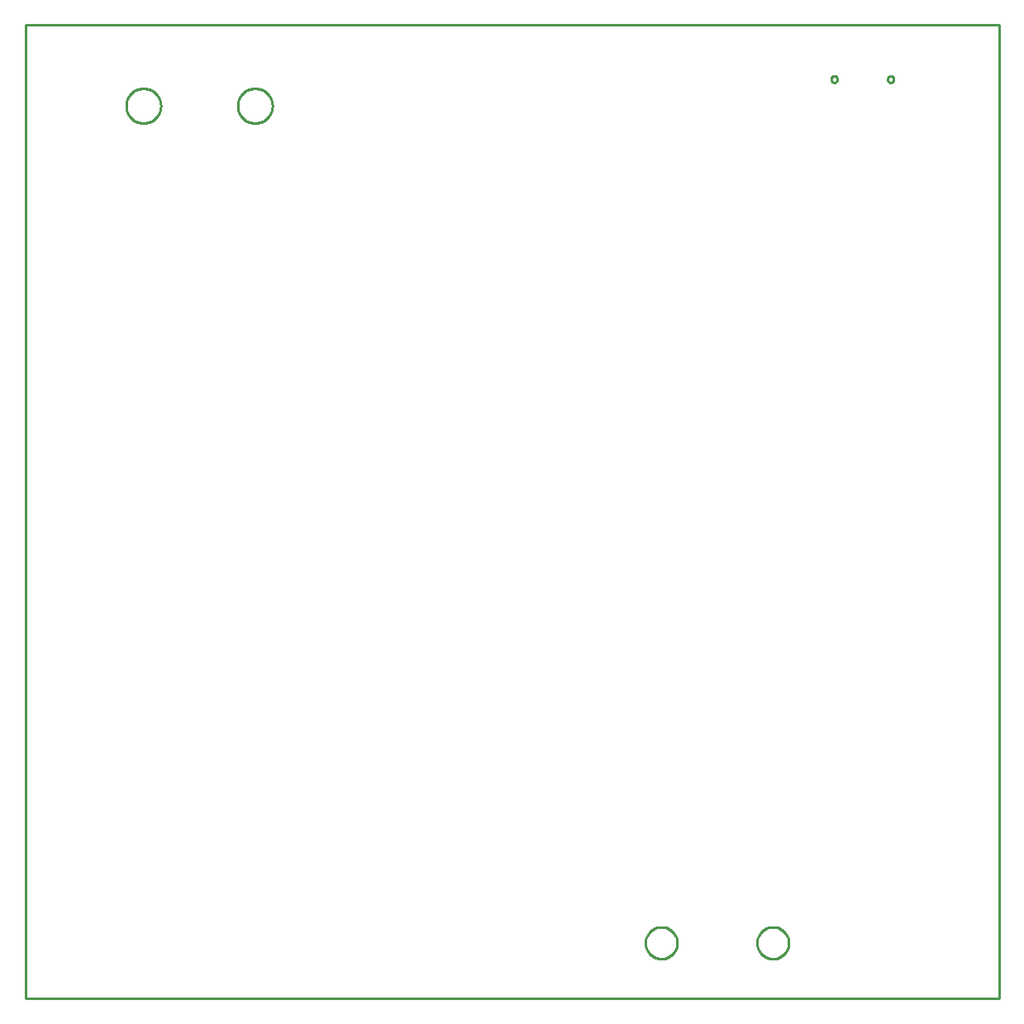
<source format=gbr>
G04 EAGLE Gerber RS-274X export*
G75*
%MOMM*%
%FSLAX34Y34*%
%LPD*%
%IN*%
%IPPOS*%
%AMOC8*
5,1,8,0,0,1.08239X$1,22.5*%
G01*
%ADD10C,0.254000*%


D10*
X0Y0D02*
X996950Y0D01*
X996950Y996950D01*
X0Y996950D01*
X0Y0D01*
X667449Y56300D02*
X667379Y55238D01*
X667240Y54183D01*
X667032Y53139D01*
X666757Y52111D01*
X666415Y51103D01*
X666007Y50120D01*
X665537Y49165D01*
X665005Y48244D01*
X664413Y47359D01*
X663765Y46514D01*
X663064Y45714D01*
X662311Y44961D01*
X661511Y44260D01*
X660666Y43612D01*
X659781Y43020D01*
X658860Y42488D01*
X657905Y42018D01*
X656922Y41610D01*
X655914Y41268D01*
X654886Y40993D01*
X653842Y40785D01*
X652787Y40646D01*
X651725Y40577D01*
X650660Y40577D01*
X649598Y40646D01*
X648543Y40785D01*
X647499Y40993D01*
X646471Y41268D01*
X645463Y41610D01*
X644480Y42018D01*
X643525Y42488D01*
X642604Y43020D01*
X641719Y43612D01*
X640874Y44260D01*
X640074Y44961D01*
X639321Y45714D01*
X638620Y46514D01*
X637972Y47359D01*
X637380Y48244D01*
X636848Y49165D01*
X636378Y50120D01*
X635970Y51103D01*
X635628Y52111D01*
X635353Y53139D01*
X635145Y54183D01*
X635006Y55238D01*
X634937Y56300D01*
X634937Y57365D01*
X635006Y58427D01*
X635145Y59482D01*
X635353Y60526D01*
X635628Y61554D01*
X635970Y62562D01*
X636378Y63545D01*
X636848Y64500D01*
X637380Y65421D01*
X637972Y66306D01*
X638620Y67151D01*
X639321Y67951D01*
X640074Y68704D01*
X640874Y69405D01*
X641719Y70053D01*
X642604Y70645D01*
X643525Y71177D01*
X644480Y71647D01*
X645463Y72055D01*
X646471Y72397D01*
X647499Y72672D01*
X648543Y72880D01*
X649598Y73019D01*
X650660Y73089D01*
X651725Y73089D01*
X652787Y73019D01*
X653842Y72880D01*
X654886Y72672D01*
X655914Y72397D01*
X656922Y72055D01*
X657905Y71647D01*
X658860Y71177D01*
X659781Y70645D01*
X660666Y70053D01*
X661511Y69405D01*
X662311Y68704D01*
X663064Y67951D01*
X663765Y67151D01*
X664413Y66306D01*
X665005Y65421D01*
X665537Y64500D01*
X666007Y63545D01*
X666415Y62562D01*
X666757Y61554D01*
X667032Y60526D01*
X667240Y59482D01*
X667379Y58427D01*
X667449Y57365D01*
X667449Y56300D01*
X781749Y56300D02*
X781679Y55238D01*
X781540Y54183D01*
X781332Y53139D01*
X781057Y52111D01*
X780715Y51103D01*
X780307Y50120D01*
X779837Y49165D01*
X779305Y48244D01*
X778713Y47359D01*
X778065Y46514D01*
X777364Y45714D01*
X776611Y44961D01*
X775811Y44260D01*
X774966Y43612D01*
X774081Y43020D01*
X773160Y42488D01*
X772205Y42018D01*
X771222Y41610D01*
X770214Y41268D01*
X769186Y40993D01*
X768142Y40785D01*
X767087Y40646D01*
X766025Y40577D01*
X764960Y40577D01*
X763898Y40646D01*
X762843Y40785D01*
X761799Y40993D01*
X760771Y41268D01*
X759763Y41610D01*
X758780Y42018D01*
X757825Y42488D01*
X756904Y43020D01*
X756019Y43612D01*
X755174Y44260D01*
X754374Y44961D01*
X753621Y45714D01*
X752920Y46514D01*
X752272Y47359D01*
X751680Y48244D01*
X751148Y49165D01*
X750678Y50120D01*
X750270Y51103D01*
X749928Y52111D01*
X749653Y53139D01*
X749445Y54183D01*
X749306Y55238D01*
X749237Y56300D01*
X749237Y57365D01*
X749306Y58427D01*
X749445Y59482D01*
X749653Y60526D01*
X749928Y61554D01*
X750270Y62562D01*
X750678Y63545D01*
X751148Y64500D01*
X751680Y65421D01*
X752272Y66306D01*
X752920Y67151D01*
X753621Y67951D01*
X754374Y68704D01*
X755174Y69405D01*
X756019Y70053D01*
X756904Y70645D01*
X757825Y71177D01*
X758780Y71647D01*
X759763Y72055D01*
X760771Y72397D01*
X761799Y72672D01*
X762843Y72880D01*
X763898Y73019D01*
X764960Y73089D01*
X766025Y73089D01*
X767087Y73019D01*
X768142Y72880D01*
X769186Y72672D01*
X770214Y72397D01*
X771222Y72055D01*
X772205Y71647D01*
X773160Y71177D01*
X774081Y70645D01*
X774966Y70053D01*
X775811Y69405D01*
X776611Y68704D01*
X777364Y67951D01*
X778065Y67151D01*
X778713Y66306D01*
X779305Y65421D01*
X779837Y64500D01*
X780307Y63545D01*
X780715Y62562D01*
X781057Y61554D01*
X781332Y60526D01*
X781540Y59482D01*
X781679Y58427D01*
X781749Y57365D01*
X781749Y56300D01*
X235532Y932180D02*
X236694Y932104D01*
X237848Y931952D01*
X238990Y931725D01*
X240114Y931424D01*
X241216Y931049D01*
X242292Y930604D01*
X243336Y930089D01*
X244344Y929507D01*
X245312Y928860D01*
X246236Y928152D01*
X247111Y927384D01*
X247934Y926561D01*
X248702Y925686D01*
X249410Y924762D01*
X250057Y923794D01*
X250639Y922786D01*
X251154Y921742D01*
X251599Y920666D01*
X251974Y919564D01*
X252275Y918440D01*
X252502Y917298D01*
X252654Y916144D01*
X252730Y914982D01*
X252730Y913818D01*
X252654Y912656D01*
X252502Y911502D01*
X252275Y910360D01*
X251974Y909236D01*
X251599Y908134D01*
X251154Y907058D01*
X250639Y906014D01*
X250057Y905006D01*
X249410Y904038D01*
X248702Y903114D01*
X247934Y902239D01*
X247111Y901416D01*
X246236Y900649D01*
X245312Y899940D01*
X244344Y899293D01*
X243336Y898711D01*
X242292Y898196D01*
X241216Y897751D01*
X240114Y897377D01*
X238990Y897075D01*
X237848Y896848D01*
X236694Y896696D01*
X235532Y896620D01*
X234368Y896620D01*
X233206Y896696D01*
X232052Y896848D01*
X230910Y897075D01*
X229786Y897377D01*
X228684Y897751D01*
X227608Y898196D01*
X226564Y898711D01*
X225556Y899293D01*
X224588Y899940D01*
X223664Y900649D01*
X222789Y901416D01*
X221966Y902239D01*
X221199Y903114D01*
X220490Y904038D01*
X219843Y905006D01*
X219261Y906014D01*
X218746Y907058D01*
X218301Y908134D01*
X217927Y909236D01*
X217625Y910360D01*
X217398Y911502D01*
X217246Y912656D01*
X217170Y913818D01*
X217170Y914982D01*
X217246Y916144D01*
X217398Y917298D01*
X217625Y918440D01*
X217927Y919564D01*
X218301Y920666D01*
X218746Y921742D01*
X219261Y922786D01*
X219843Y923794D01*
X220490Y924762D01*
X221199Y925686D01*
X221966Y926561D01*
X222789Y927384D01*
X223664Y928152D01*
X224588Y928860D01*
X225556Y929507D01*
X226564Y930089D01*
X227608Y930604D01*
X228684Y931049D01*
X229786Y931424D01*
X230910Y931725D01*
X232052Y931952D01*
X233206Y932104D01*
X234368Y932180D01*
X235532Y932180D01*
X121232Y932180D02*
X122394Y932104D01*
X123548Y931952D01*
X124690Y931725D01*
X125814Y931424D01*
X126916Y931049D01*
X127992Y930604D01*
X129036Y930089D01*
X130044Y929507D01*
X131012Y928860D01*
X131936Y928152D01*
X132811Y927384D01*
X133634Y926561D01*
X134402Y925686D01*
X135110Y924762D01*
X135757Y923794D01*
X136339Y922786D01*
X136854Y921742D01*
X137299Y920666D01*
X137674Y919564D01*
X137975Y918440D01*
X138202Y917298D01*
X138354Y916144D01*
X138430Y914982D01*
X138430Y913818D01*
X138354Y912656D01*
X138202Y911502D01*
X137975Y910360D01*
X137674Y909236D01*
X137299Y908134D01*
X136854Y907058D01*
X136339Y906014D01*
X135757Y905006D01*
X135110Y904038D01*
X134402Y903114D01*
X133634Y902239D01*
X132811Y901416D01*
X131936Y900649D01*
X131012Y899940D01*
X130044Y899293D01*
X129036Y898711D01*
X127992Y898196D01*
X126916Y897751D01*
X125814Y897377D01*
X124690Y897075D01*
X123548Y896848D01*
X122394Y896696D01*
X121232Y896620D01*
X120068Y896620D01*
X118906Y896696D01*
X117752Y896848D01*
X116610Y897075D01*
X115486Y897377D01*
X114384Y897751D01*
X113308Y898196D01*
X112264Y898711D01*
X111256Y899293D01*
X110288Y899940D01*
X109364Y900649D01*
X108489Y901416D01*
X107666Y902239D01*
X106899Y903114D01*
X106190Y904038D01*
X105543Y905006D01*
X104961Y906014D01*
X104446Y907058D01*
X104001Y908134D01*
X103627Y909236D01*
X103325Y910360D01*
X103098Y911502D01*
X102946Y912656D01*
X102870Y913818D01*
X102870Y914982D01*
X102946Y916144D01*
X103098Y917298D01*
X103325Y918440D01*
X103627Y919564D01*
X104001Y920666D01*
X104446Y921742D01*
X104961Y922786D01*
X105543Y923794D01*
X106190Y924762D01*
X106899Y925686D01*
X107666Y926561D01*
X108489Y927384D01*
X109364Y928152D01*
X110288Y928860D01*
X111256Y929507D01*
X112264Y930089D01*
X113308Y930604D01*
X114384Y931049D01*
X115486Y931424D01*
X116610Y931725D01*
X117752Y931952D01*
X118906Y932104D01*
X120068Y932180D01*
X121232Y932180D01*
X882900Y941763D02*
X882956Y942185D01*
X883066Y942597D01*
X883229Y942991D01*
X883442Y943359D01*
X883701Y943697D01*
X884003Y943999D01*
X884341Y944258D01*
X884709Y944471D01*
X885103Y944634D01*
X885515Y944744D01*
X885937Y944800D01*
X886363Y944800D01*
X886785Y944744D01*
X887197Y944634D01*
X887591Y944471D01*
X887959Y944258D01*
X888297Y943999D01*
X888599Y943697D01*
X888858Y943359D01*
X889071Y942991D01*
X889234Y942597D01*
X889344Y942185D01*
X889400Y941763D01*
X889400Y941337D01*
X889344Y940915D01*
X889234Y940503D01*
X889071Y940109D01*
X888858Y939741D01*
X888599Y939403D01*
X888297Y939101D01*
X887959Y938842D01*
X887591Y938629D01*
X887197Y938466D01*
X886785Y938356D01*
X886363Y938300D01*
X885937Y938300D01*
X885515Y938356D01*
X885103Y938466D01*
X884709Y938629D01*
X884341Y938842D01*
X884003Y939101D01*
X883701Y939403D01*
X883442Y939741D01*
X883229Y940109D01*
X883066Y940503D01*
X882956Y940915D01*
X882900Y941337D01*
X882900Y941763D01*
X825100Y941763D02*
X825156Y942185D01*
X825266Y942597D01*
X825429Y942991D01*
X825642Y943359D01*
X825901Y943697D01*
X826203Y943999D01*
X826541Y944258D01*
X826909Y944471D01*
X827303Y944634D01*
X827715Y944744D01*
X828137Y944800D01*
X828563Y944800D01*
X828985Y944744D01*
X829397Y944634D01*
X829791Y944471D01*
X830159Y944258D01*
X830497Y943999D01*
X830799Y943697D01*
X831058Y943359D01*
X831271Y942991D01*
X831434Y942597D01*
X831544Y942185D01*
X831600Y941763D01*
X831600Y941337D01*
X831544Y940915D01*
X831434Y940503D01*
X831271Y940109D01*
X831058Y939741D01*
X830799Y939403D01*
X830497Y939101D01*
X830159Y938842D01*
X829791Y938629D01*
X829397Y938466D01*
X828985Y938356D01*
X828563Y938300D01*
X828137Y938300D01*
X827715Y938356D01*
X827303Y938466D01*
X826909Y938629D01*
X826541Y938842D01*
X826203Y939101D01*
X825901Y939403D01*
X825642Y939741D01*
X825429Y940109D01*
X825266Y940503D01*
X825156Y940915D01*
X825100Y941337D01*
X825100Y941763D01*
M02*

</source>
